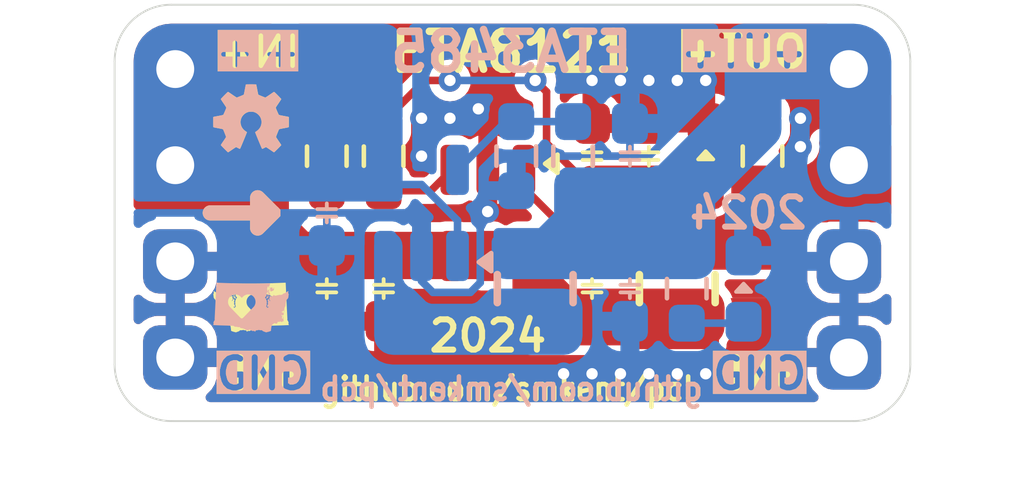
<source format=kicad_pcb>
(kicad_pcb (version 20240108) (generator "pcbnew") (generator_version "8.0")
  (layers (0 "F.Cu" signal) (31 "B.Cu" signal) (34 "B.Paste" user) (35 "F.Paste" user) (36 "B.SilkS" user "B.Silkscreen") (37 "F.SilkS" user "F.Silkscreen") (38 "B.Mask" user) (39 "F.Mask" user) (44 "Edge.Cuts" user))
  (net 0 "")
  (net 1 "GND")
  (net 2 "VIN")
  (net 3 "VOUT")
  (net 4 "Net-(LED1-A)")
  (net 5 "Net-(U1-BST)")
  (net 6 "Net-(LED2-A)")
  (net 7 "/SW_F")
  (net 8 "/SW_B")
  (net 9 "FB_F")
  (net 10 "FB_B")
  (footprint "custom:C_0603_1608Metric_Pad1.08x0.95mm_HandSolder" (layer "F.Cu") (at 116 72 -90)
    (property "Reference" "C7" (hide yes))
    (property "Value" "10n")
    (pad "1" smd roundrect (at -0.8625 0 270) (size 1.075 0.95) (layers "F.Cu" "F.Paste" "F.Mask") (net 5 "Net-(U1-BST)"))
    (pad "2" smd roundrect (at 0.8625 0 270) (size 1.075 0.95) (layers "F.Cu" "F.Paste" "F.Mask") (net 7 "/SW_F"))
  )
  (footprint "graphics:oshw-logo-2mm" (layer "F.Cu") (at 107 67.5)
    (property "Reference" "G***" (hide yes))
    (property "Value" "LOGO" (hide yes))
  )
  (footprint "Resistor_SMD:R_0603_1608Metric_Pad0.98x0.95mm_HandSolder" (layer "F.Cu") (at 120.5 68.5 -90)
    (property "Reference" "R3" (hide yes))
    (property "Value" "10K")
    (pad "1" smd roundrect (at -0.9125 0 270) (size 0.975 0.95) (layers "F.Cu" "F.Paste" "F.Mask") (net 4 "Net-(LED1-A)"))
    (pad "2" smd roundrect (at 0.9125 0 270) (size 0.975 0.95) (layers "F.Cu" "F.Paste" "F.Mask") (net 3 "VOUT"))
  )
  (footprint "Resistor_SMD:R_0603_1608Metric_Pad0.98x0.95mm_HandSolder" (layer "F.Cu") (at 109 68.5 -90)
    (property "Reference" "R2" (hide yes))
    (property "Value" "10K")
    (pad "1" smd roundrect (at -0.9125 0 270) (size 0.975 0.95) (layers "F.Cu" "F.Paste" "F.Mask") (net 1 "GND"))
    (pad "2" smd roundrect (at 0.9125 0 270) (size 0.975 0.95) (layers "F.Cu" "F.Paste" "F.Mask") (net 9 "FB_F"))
  )
  (footprint "custom:SOT-23-6_simple" (layer "F.Cu") (at 113.25 70 -90)
    (property "Reference" "U1" (hide yes))
    (property "Value" "ETA8121")
    (pad "1" smd roundrect (at -1.1375 -0.95 270) (size 1.325 0.6) (layers "F.Cu" "F.Paste" "F.Mask") (net 5 "Net-(U1-BST)"))
    (pad "2" smd roundrect (at -1.1375 0 270) (size 1.325 0.6) (layers "F.Cu" "F.Paste" "F.Mask") (net 1 "GND"))
    (pad "3" smd roundrect (at -1.1375 0.95 270) (size 1.325 0.6) (layers "F.Cu" "F.Paste" "F.Mask") (net 9 "FB_F"))
    (pad "4" smd roundrect (at 1.1375 0.95 270) (size 1.325 0.6) (layers "F.Cu" "F.Paste" "F.Mask") (net 2 "VIN"))
    (pad "5" smd roundrect (at 1.1375 0 270) (size 1.325 0.6) (layers "F.Cu" "F.Paste" "F.Mask") (net 2 "VIN"))
    (pad "6" smd roundrect (at 1.1375 -0.95 270) (size 1.325 0.6) (layers "F.Cu" "F.Paste" "F.Mask") (net 7 "/SW_F"))
  )
  (footprint "custom:C_0603_1608Metric_Pad1.08x0.95mm_HandSolder" (layer "F.Cu") (at 109 72 -90)
    (property "Reference" "C0" (hide yes))
    (property "Value" "10u")
    (pad "1" smd roundrect (at -0.8625 0 270) (size 1.075 0.95) (layers "F.Cu" "F.Paste" "F.Mask") (net 2 "VIN"))
    (pad "2" smd roundrect (at 0.8625 0 270) (size 1.075 0.95) (layers "F.Cu" "F.Paste" "F.Mask") (net 1 "GND"))
  )
  (footprint "custom:C_0603_1608Metric_Pad1.08x0.95mm_HandSolder" (layer "F.Cu") (at 117.5 68.5 90)
    (property "Reference" "C3" (hide yes))
    (property "Value" "22u")
    (pad "1" smd roundrect (at -0.8625 0 90) (size 1.075 0.95) (layers "F.Cu" "F.Paste" "F.Mask") (net 3 "VOUT"))
    (pad "2" smd roundrect (at 0.8625 0 90) (size 1.075 0.95) (layers "F.Cu" "F.Paste" "F.Mask") (net 1 "GND"))
  )
  (footprint "custom:LED_0603_1608Metric_Pad1.05x0.95mm_HandSolder_simple" (layer "F.Cu") (at 119 68.5 -90)
    (property "Reference" "LED1" (hide yes))
    (property "Value" "LED_Small")
    (pad "1" smd roundrect (at -0.875 0 270) (size 1.05 0.95) (layers "F.Cu" "F.Paste" "F.Mask") (net 1 "GND"))
    (pad "2" smd roundrect (at 0.875 0 270) (size 1.05 0.95) (layers "F.Cu" "F.Paste" "F.Mask") (net 4 "Net-(LED1-A)"))
  )
  (footprint "custom:C_0603_1608Metric_Pad1.08x0.95mm_HandSolder" (layer "F.Cu") (at 116 68.5 90)
    (property "Reference" "C2" (hide yes))
    (property "Value" "22u")
    (pad "1" smd roundrect (at -0.8625 0 90) (size 1.075 0.95) (layers "F.Cu" "F.Paste" "F.Mask") (net 3 "VOUT"))
    (pad "2" smd roundrect (at 0.8625 0 90) (size 1.075 0.95) (layers "F.Cu" "F.Paste" "F.Mask") (net 1 "GND"))
  )
  (footprint "lcsc:IND-SMD_L2.5-W2.0_MHCHL2520" (layer "F.Cu") (at 118.25 72 90)
    (property "Reference" "L1" (hide yes))
    (property "Value" "4u7")
    (pad "1" smd roundrect (at -1.1 0 180) (size 2.2 1) (layers "F.Cu" "F.Paste" "F.Mask") (roundrect_rratio 0.125) (net 7 "/SW_F"))
    (pad "2" smd roundrect (at 1.1 0 180) (size 2.2 1) (layers "F.Cu" "F.Paste" "F.Mask") (roundrect_rratio 0.125) (net 3 "VOUT"))
  )
  (footprint "graphics:wa-state-heart-2mm" (layer "F.Cu") (at 107 72.5)
    (property "Reference" "G***" (hide yes))
    (property "Value" "LOGO" (hide yes))
  )
  (footprint "Resistor_SMD:R_0603_1608Metric_Pad0.98x0.95mm_HandSolder" (layer "F.Cu") (at 110.5 68.5 90)
    (property "Reference" "R1" (hide yes))
    (property "Value" "56K")
    (pad "1" smd roundrect (at -0.9125 0 90) (size 0.975 0.95) (layers "F.Cu" "F.Paste" "F.Mask") (net 9 "FB_F"))
    (pad "2" smd roundrect (at 0.9125 0 90) (size 0.975 0.95) (layers "F.Cu" "F.Paste" "F.Mask") (net 3 "VOUT"))
  )
  (footprint "custom:C_0603_1608Metric_Pad1.08x0.95mm_HandSolder" (layer "F.Cu") (at 110.5 72 -90)
    (property "Reference" "C1" (hide yes))
    (property "Value" "10u")
    (pad "1" smd roundrect (at -0.8625 0 270) (size 1.075 0.95) (layers "F.Cu" "F.Paste" "F.Mask") (net 2 "VIN"))
    (pad "2" smd roundrect (at 0.8625 0 270) (size 1.075 0.95) (layers "F.Cu" "F.Paste" "F.Mask") (net 1 "GND"))
  )
  (footprint "custom:C_0603_1608Metric_Pad1.08x0.95mm_HandSolder" (layer "B.Cu") (at 117 68.5 90)
    (property "Reference" "C5" (hide yes))
    (property "Value" "22u")
    (pad "1" smd roundrect (at -0.8625 0 90) (size 1.075 0.95) (layers "B.Cu" "B.Paste" "B.Mask") (net 3 "VOUT"))
    (pad "2" smd roundrect (at 0.8625 0 90) (size 1.075 0.95) (layers "B.Cu" "B.Paste" "B.Mask") (net 1 "GND"))
  )
  (footprint "custom:SOT-23-5_simple" (layer "B.Cu") (at 111.5 70 90)
    (property "Reference" "U2" (hide yes))
    (property "Value" "ETA3485")
    (pad "1" smd roundrect (at -1.1375 0.95 90) (size 1.325 0.6) (layers "B.Cu" "B.Paste" "B.Mask") (net 2 "VIN"))
    (pad "2" smd roundrect (at -1.1375 0 90) (size 1.325 0.6) (layers "B.Cu" "B.Paste" "B.Mask") (net 1 "GND"))
    (pad "3" smd roundrect (at -1.1375 -0.95 90) (size 1.325 0.6) (layers "B.Cu" "B.Paste" "B.Mask") (net 8 "/SW_B"))
    (pad "4" smd roundrect (at 1.1375 -0.95 90) (size 1.325 0.6) (layers "B.Cu" "B.Paste" "B.Mask") (net 2 "VIN"))
    (pad "5" smd roundrect (at 1.1375 0.95 90) (size 1.325 0.6) (layers "B.Cu" "B.Paste" "B.Mask") (net 10 "FB_B"))
  )
  (footprint "custom:C_0603_1608Metric_Pad1.08x0.95mm_HandSolder" (layer "B.Cu") (at 109 70 -90)
    (property "Reference" "C4" (hide yes))
    (property "Value" "10u")
    (pad "1" smd roundrect (at -0.8625 0 270) (size 1.075 0.95) (layers "B.Cu" "B.Paste" "B.Mask") (net 2 "VIN"))
    (pad "2" smd roundrect (at 0.8625 0 270) (size 1.075 0.95) (layers "B.Cu" "B.Paste" "B.Mask") (net 1 "GND"))
  )
  (footprint "Resistor_SMD:R_0603_1608Metric_Pad0.98x0.95mm_HandSolder" (layer "B.Cu") (at 118.5 72 90)
    (property "Reference" "R6" (hide yes))
    (property "Value" "10K")
    (pad "1" smd roundrect (at -0.9125 0 90) (size 0.975 0.95) (layers "B.Cu" "B.Paste" "B.Mask") (net 6 "Net-(LED2-A)"))
    (pad "2" smd roundrect (at 0.9125 0 90) (size 0.975 0.95) (layers "B.Cu" "B.Paste" "B.Mask") (net 3 "VOUT"))
  )
  (footprint "Resistor_SMD:R_0603_1608Metric_Pad0.98x0.95mm_HandSolder" (layer "B.Cu") (at 114 68.5 90)
    (property "Reference" "R5" (hide yes))
    (property "Value" "10K")
    (pad "1" smd roundrect (at -0.9125 0 90) (size 0.975 0.95) (layers "B.Cu" "B.Paste" "B.Mask") (net 1 "GND"))
    (pad "2" smd roundrect (at 0.9125 0 90) (size 0.975 0.95) (layers "B.Cu" "B.Paste" "B.Mask") (net 10 "FB_B"))
  )
  (footprint "custom:PinHeader_1x04_P2.54mm_Vertical_simple_pad3,4gnd" (layer "B.Cu") (at 122.78 66.2 180)
    (property "Reference" "J2" (hide yes))
    (property "Value" "Pin headers")
    (pad "1" thru_hole oval (at 0 0 180) (size 1.7 1.7) (drill 1) (layers "*.Cu" "*.Mask") (net 3 "VOUT"))
    (pad "2" thru_hole oval (at 0 -2.54 180) (size 1.7 1.7) (drill 1) (layers "*.Cu" "*.Mask") (net 3 "VOUT"))
    (pad "3" thru_hole roundrect (at 0 -5.08 180) (size 1.7 1.7) (drill 1) (layers "*.Cu" "*.Mask") (net 1 "GND"))
    (pad "4" thru_hole roundrect (at 0 -7.62 180) (size 1.7 1.7) (drill 1) (layers "*.Cu" "*.Mask") (net 1 "GND"))
  )
  (footprint "custom:LED_0603_1608Metric_Pad1.05x0.95mm_HandSolder_simple" (layer "B.Cu") (at 120 72 -90)
    (property "Reference" "LED2" (hide yes))
    (property "Value" "LED_Small")
    (pad "1" smd roundrect (at -0.875 0 270) (size 1.05 0.95) (layers "B.Cu" "B.Paste" "B.Mask") (net 1 "GND"))
    (pad "2" smd roundrect (at 0.875 0 270) (size 1.05 0.95) (layers "B.Cu" "B.Paste" "B.Mask") (net 6 "Net-(LED2-A)"))
  )
  (footprint "custom:C_0603_1608Metric_Pad1.08x0.95mm_HandSolder" (layer "B.Cu") (at 117 72 -90)
    (property "Reference" "C6" (hide yes))
    (property "Value" "22u")
    (pad "1" smd roundrect (at -0.8625 0 270) (size 1.075 0.95) (layers "B.Cu" "B.Paste" "B.Mask") (net 3 "VOUT"))
    (pad "2" smd roundrect (at 0.8625 0 270) (size 1.075 0.95) (layers "B.Cu" "B.Paste" "B.Mask") (net 1 "GND"))
  )
  (footprint "lcsc:IND-SMD_L2.5-W2.0_MHCHL2520" (layer "B.Cu") (at 114.5 72 90)
    (property "Reference" "L2" (hide yes))
    (property "Value" "4u7")
    (pad "1" smd roundrect (at -1.1 0) (size 2.2 1) (layers "B.Cu" "B.Paste" "B.Mask") (roundrect_rratio 0.125) (net 8 "/SW_B"))
    (pad "2" smd roundrect (at 1.1 0) (size 2.2 1) (layers "B.Cu" "B.Paste" "B.Mask") (roundrect_rratio 0.125) (net 3 "VOUT"))
  )
  (footprint "custom:PinHeader_1x04_P2.54mm_Vertical_simple_pad3,4gnd" (layer "B.Cu") (at 105 66.2 180)
    (property "Reference" "J1" (hide yes))
    (property "Value" "Pin headers")
    (pad "1" thru_hole oval (at 0 0 180) (size 1.7 1.7) (drill 1) (layers "*.Cu" "*.Mask") (net 2 "VIN"))
    (pad "2" thru_hole oval (at 0 -2.54 180) (size 1.7 1.7) (drill 1) (layers "*.Cu" "*.Mask") (net 2 "VIN"))
    (pad "3" thru_hole roundrect (at 0 -5.08 180) (size 1.7 1.7) (drill 1) (layers "*.Cu" "*.Mask") (net 1 "GND"))
    (pad "4" thru_hole roundrect (at 0 -7.62 180) (size 1.7 1.7) (drill 1) (layers "*.Cu" "*.Mask") (net 1 "GND"))
  )
  (footprint "graphics:wa-state-heart-2mm" (layer "B.Cu") (at 107 72.5 180)
    (property "Reference" "G***" (hide yes))
    (property "Value" "LOGO" (hide yes))
  )
  (footprint "graphics:oshw-logo-2mm" (layer "B.Cu") (at 107 67.5 180)
    (property "Reference" "G***" (hide yes))
    (property "Value" "LOGO" (hide yes))
  )
  (footprint "Resistor_SMD:R_0603_1608Metric_Pad0.98x0.95mm_HandSolder" (layer "B.Cu") (at 115.5 68.5 -90)
    (property "Reference" "R4" (hide yes))
    (property "Value" "75K")
    (pad "1" smd roundrect (at -0.9125 0 270) (size 0.975 0.95) (layers "B.Cu" "B.Paste" "B.Mask") (net 10 "FB_B"))
    (pad "2" smd roundrect (at 0.9125 0 270) (size 0.975 0.95) (layers "B.Cu" "B.Paste" "B.Mask") (net 3 "VOUT"))
  )
  (gr_poly (pts (xy 107.175 70.4) (xy 107.175 69.6) (xy 107.575 70)) (stroke (width 0.4)) (fill solid) (layer "B.SilkS"))
  (gr_line (start 105.925 70) (end 107.575 70) (stroke (width 0.4)) (layer "B.SilkS"))
  (gr_poly (pts (xy 107.175 70.4) (xy 107.175 69.6) (xy 107.575 70)) (stroke (width 0.4)) (fill solid) (layer "F.SilkS"))
  (gr_line (start 105.925 70) (end 107.575 70) (stroke (width 0.4)) (layer "F.SilkS"))
  (gr_arc (start 124.4 74) (mid 123.96066 75.06066) (end 122.9 75.5) (stroke (width 0.05)) (layer "Edge.Cuts"))
  (gr_arc (start 122.9 64.5) (mid 123.96066 64.93934) (end 124.4 66) (stroke (width 0.05)) (layer "Edge.Cuts"))
  (gr_line (start 104.9 64.5) (end 122.9 64.5) (stroke (width 0.05)) (layer "Edge.Cuts"))
  (gr_arc (start 103.4 66) (mid 103.83934 64.93934) (end 104.9 64.5) (stroke (width 0.05)) (layer "Edge.Cuts"))
  (gr_arc (start 104.9 75.5) (mid 103.83934 75.06066) (end 103.4 74) (stroke (width 0.05)) (layer "Edge.Cuts"))
  (gr_line (start 103.4 74) (end 103.4 66) (stroke (width 0.05)) (layer "Edge.Cuts"))
  (gr_line (start 124.4 66) (end 124.4 74) (stroke (width 0.05)) (layer "Edge.Cuts"))
  (gr_line (start 122.9 75.5) (end 104.9 75.5) (stroke (width 0.05)) (layer "Edge.Cuts"))
  (gr_text "IN+" (at 106 65.75 0) (layer "B.SilkS" knockout) (effects (font (size 0.8 0.8) (thickness 0.12) (bold yes)) (justify right mirror)))
  (gr_text "GND" (at 106 74.25 0) (layer "B.SilkS" knockout) (effects (font (size 0.8 0.8) (thickness 0.16) (bold yes)) (justify right mirror)))
  (gr_text "GND" (at 121.75 74.25 0) (layer "B.SilkS" knockout) (effects (font (size 0.8 0.8) (thickness 0.16) (bold yes)) (justify left mirror)))
  (gr_text "2024" (at 121.75 70 0) (layer "B.SilkS") (effects (font (size 0.8 0.8) (thickness 0.16) (bold yes)) (justify left mirror)))
  (gr_text "OUT+" (at 121.75 65.75 0) (layer "B.SilkS" knockout) (effects (font (size 0.8 0.8) (thickness 0.16) (bold yes)) (justify left mirror)))
  (gr_text "github.com/smkent/pcb" (at 113.875 75 -0) (layer "B.SilkS") (effects (font (size 0.6 0.55) (thickness 0.12) (bold yes)) (justify bottom mirror)))
  (gr_text "ETA3485" (at 113.875 65.75 -0) (layer "B.SilkS") (effects (font (size 1 1) (thickness 0.2) (bold yes)) (justify mirror)))
  (gr_text "ETA8121" (at 113.875 65.75 0) (layer "F.SilkS") (effects (font (size 1 1) (thickness 0.2) (bold yes))))
  (gr_text "github.com/smkent/pcb" (at 113.875 75 0) (layer "F.SilkS") (effects (font (size 0.6 0.55) (thickness 0.12) (bold yes)) (justify bottom)))
  (gr_text "OUT+" (at 121.75 65.75 0) (layer "F.SilkS" knockout) (effects (font (size 0.8 0.8) (thickness 0.16) (bold yes)) (justify right)))
  (gr_text "GND" (at 121.75 74.25 0) (layer "F.SilkS" knockout) (effects (font (size 0.8 0.8) (thickness 0.16) (bold yes)) (justify right)))
  (gr_text "GND" (at 106 74.25 0) (layer "F.SilkS" knockout) (effects (font (size 0.8 0.8) (thickness 0.16) (bold yes)) (justify left)))
  (gr_text "2024" (at 113.25 73.25 -0) (layer "F.SilkS") (effects (font (size 0.8 0.8) (thickness 0.16) (bold yes))))
  (gr_text "IN+" (at 106 65.75 0) (layer "F.SilkS" knockout) (effects (font (size 0.8 0.8) (thickness 0.12) (bold yes)) (justify left)))
  (via (at 118.25 66.5) (size 0.6) (drill 0.3) (layers "F.Cu" "B.Cu") (net 1))
  (via (at 117.5 74.25) (size 0.6) (drill 0.3) (layers "F.Cu" "B.Cu") (net 1))
  (via (at 111.5 67.5) (size 0.6) (drill 0.3) (layers "F.Cu" "B.Cu") (net 1))
  (via (at 112.25 67.5) (size 0.6) (drill 0.3) (layers "F.Cu" "B.Cu") (net 1))
  (via (at 116.75 74.25) (size 0.6) (drill 0.3) (layers "F.Cu" "B.Cu") (net 1))
  (via (at 113 67.25) (size 0.6) (drill 0.3) (layers "F.Cu" "B.Cu") (net 1))
  (via (at 116.75 66.5) (size 0.6) (drill 0.3) (layers "F.Cu" "B.Cu") (net 1))
  (via (at 115.25 74.25) (size 0.6) (drill 0.3) (layers "F.Cu" "B.Cu") (net 1))
  (via (at 121.5 68.25) (size 0.6) (drill 0.3) (layers "F.Cu" "B.Cu") (net 1))
  (via (at 116 74.25) (size 0.6) (drill 0.3) (layers "F.Cu" "B.Cu") (net 1))
  (via (at 118.25 74.25) (size 0.6) (drill 0.3) (layers "F.Cu" "B.Cu") (net 1))
  (via (at 117.5 66.5) (size 0.6) (drill 0.3) (layers "F.Cu" "B.Cu") (net 1))
  (via (at 119 66.5) (size 0.6) (drill 0.3) (layers "F.Cu" "B.Cu") (net 1))
  (via (at 116 66.5) (size 0.6) (drill 0.3) (layers "F.Cu" "B.Cu") (net 1))
  (via (at 121.5 67.5) (size 0.6) (drill 0.3) (layers "F.Cu" "B.Cu") (net 1))
  (via (at 113.244767 69.964051) (size 0.6) (drill 0.3) (layers "F.Cu" "B.Cu") (net 1))
  (via (at 119 74.25) (size 0.6) (drill 0.3) (layers "F.Cu" "B.Cu") (net 1))
  (via (at 111.5 68.5) (size 0.6) (drill 0.3) (layers "F.Cu" "B.Cu") (net 1))
  (segment (start 117 68.5) (end 117.5 68.5) (width 0.2) (layer "B.Cu") (net 1))
  (segment (start 111.800001 72.1) (end 112.790552 72.1) (width 0.2) (layer "B.Cu") (net 1))
  (segment (start 107 70) (end 104 70) (width 0.2) (layer "B.Cu") (net 1))
  (segment (start 111.5 70.475001) (end 111.024999 70) (width 0.2) (layer "B.Cu") (net 1))
  (segment (start 109 70.8625) (end 109 70) (width 0.2) (layer "B.Cu") (net 1))
  (segment (start 109 70) (end 107 70) (width 0.2) (layer "B.Cu") (net 1))
  (segment (start 111.5 71.799999) (end 111.800001 72.1) (width 0.2) (layer "B.Cu") (net 1))
  (segment (start 111.5 71.1375) (end 111.5 70.475001) (width 0.2) (layer "B.Cu") (net 1))
  (segment (start 114 69.4125) (end 114 68.5) (width 0.2) (layer "B.Cu") (net 1))
  (segment (start 117.5 68.5) (end 118.75 67.25) (width 0.2) (layer "B.Cu") (net 1))
  (segment (start 114 68.5) (end 117 68.5) (width 0.2) (layer "B.Cu") (net 1))
  (segment (start 112.790552 72.1) (end 113.05 71.840552) (width 0.2) (layer "B.Cu") (net 1))
  (segment (start 117 67.6375) (end 117 68.5) (width 0.2) (layer "B.Cu") (net 1))
  (segment (start 118.75 67.25) (end 118.75 66.5) (width 0.2) (layer "B.Cu") (net 1))
  (segment (start 113.05 71.840552) (end 113.05 70.2) (width 0.2) (layer "B.Cu") (net 1))
  (segment (start 111.024999 70) (end 109 70) (width 0.2) (layer "B.Cu") (net 1))
  (segment (start 111.5 71.1375) (end 111.5 71.799999) (width 0.2) (layer "B.Cu") (net 1))
  (segment (start 110.55 68.8625) (end 110.9375 69.25) (width 0.2) (layer "B.Cu") (net 2))
  (segment (start 112.45 70.2) (end 112.45 71.1375) (width 0.2) (layer "B.Cu") (net 2))
  (segment (start 110.9375 69.25) (end 111.5 69.25) (width 0.2) (layer "B.Cu") (net 2))
  (segment (start 111.5 69.25) (end 112.45 70.2) (width 0.2) (layer "B.Cu") (net 2))
  (segment (start 114.8 66.8) (end 114.8 68.1625) (width 0.2) (layer "F.Cu") (net 3))
  (segment (start 114.5 66.5) (end 114.8 66.8) (width 0.2) (layer "F.Cu") (net 3))
  (segment (start 111.5875 66.5) (end 110.5 67.5875) (width 0.2) (layer "F.Cu") (net 3))
  (segment (start 114.8 68.1625) (end 116 69.3625) (width 0.2) (layer "F.Cu") (net 3))
  (segment (start 112.25 66.5) (end 111.5875 66.5) (width 0.2) (layer "F.Cu") (net 3))
  (via (at 112.25 66.5) (size 0.6) (drill 0.3) (layers "F.Cu" "B.Cu") (net 3))
  (via (at 114.5 66.5) (size 0.6) (drill 0.3) (layers "F.Cu" "B.Cu") (net 3))
  (segment (start 114.5 66.5) (end 112.25 66.5) (width 0.2) (layer "B.Cu") (net 3))
  (segment (start 119 69.0875) (end 120.5 67.5875) (width 0.2) (layer "F.Cu") (net 4))
  (segment (start 119 69.375) (end 119 69.0875) (width 0.2) (layer "F.Cu") (net 4))
  (segment (start 114.2 69.3375) (end 114.2 68.8625) (width 0.2) (layer "F.Cu") (net 5))
  (segment (start 116 71.1375) (end 114.2 69.3375) (width 0.2) (layer "F.Cu") (net 5))
  (segment (start 119.9625 72.9125) (end 120 72.875) (width 0.2) (layer "B.Cu") (net 6))
  (segment (start 118.5 72.9125) (end 119.9625 72.9125) (width 0.2) (layer "B.Cu") (net 6))
  (segment (start 111.75 69.4125) (end 109 69.4125) (width 0.2) (layer "F.Cu") (net 9))
  (segment (start 112.3 68.8625) (end 111.75 69.4125) (width 0.2) (layer "F.Cu") (net 9))
  (segment (start 114 67.5875) (end 115.5 67.5875) (width 0.2) (layer "B.Cu") (net 10))
  (segment (start 113.725 67.5875) (end 114 67.5875) (width 0.2) (layer "B.Cu") (net 10))
  (segment (start 112.45 68.8625) (end 113.725 67.5875) (width 0.2) (layer "B.Cu") (net 10))
  (zone (net 1) (net_name "GND") (layer "F.Cu") (priority 1) (connect_pads yes (clearance 0)) (min_thickness 0.25) (fill yes (thermal_gap 0.25) (thermal_bridge_width 0.5) (smoothing fillet) (radius 0.5))
    (polygon (pts (xy 116.75 72.25) (xy 121.5 72.25) (xy 121.5 73.75) (xy 116.75 73.75)))
  )
  (zone (net 3) (net_name "VOUT") (layer "F.Cu") (priority 1) (connect_pads yes (clearance 0)) (min_thickness 0.25) (fill yes (thermal_gap 0.25) (thermal_bridge_width 0.5) (smoothing fillet) (radius 0.5))
    (polygon (pts (xy 115.5 68.75) (xy 115.5 70) (xy 116.5 70) (xy 117 70.5) (xy 117 71.5) (xy 121 71.5) (xy 121.5 71) (xy 121.5 70.75) (xy 122 70.25) (xy 124 70.25) (xy 124 68) (xy 122 68) (xy 121.25 68.75) (xy 121 68.75) (xy 119.75 68.75) (xy 119.75 69) (xy 118.25 69) (xy 118.25 68.75)))
  )
  (zone (net 7) (net_name "/SW_F") (layer "F.Cu") (priority 1) (connect_pads yes (clearance 0)) (min_thickness 0.25) (fill yes (thermal_gap 0.25) (thermal_bridge_width 0.5) (smoothing fillet) (radius 0.5))
    (polygon (pts (xy 113.9 70.5) (xy 115.25 70.5) (xy 115.25 71.75) (xy 115.5 72) (xy 119.5 72) (xy 119.5 73.5) (xy 113.9 73.5)))
  )
  (zone (net 2) (net_name "VIN") (layer "F.Cu") (priority 1) (connect_pads yes (clearance 0)) (min_thickness 0.25) (fill yes (thermal_gap 0.25) (thermal_bridge_width 0.5) (smoothing fillet) (radius 0.5))
    (polygon (pts (xy 103.75 70) (xy 105.75 70) (xy 107.5 71.75) (xy 113.75 71.75) (xy 113.75 70.5) (xy 108.5 70.5) (xy 108 70) (xy 108 65) (xy 103.75 65)))
  )
  (zone (net 1) (net_name "GND") (layers "F&B.Cu") (connect_pads (clearance 0.25)) (min_thickness 0.25) (fill yes (thermal_gap 0.25) (thermal_bridge_width 0.5))
    (polygon (pts (xy 102.89 64.5) (xy 124.89 64.5) (xy 124.89 75.5) (xy 119.89 75.5) (xy 118.69 75.5) (xy 118.09 75.5) (xy 117.49 75.5) (xy 102.89 75.5)))
  )
  (zone (net 2) (net_name "VIN") (layer "B.Cu") (priority 1) (connect_pads yes (clearance 0)) (min_thickness 0.25) (fill yes (thermal_gap 0.25) (thermal_bridge_width 0.5) (smoothing fillet) (radius 0.5))
    (polygon (pts (xy 103.75 65) (xy 103.75 70) (xy 111 70) (xy 111 65)))
  )
  (zone (net 8) (net_name "/SW_B") (layer "B.Cu") (priority 1) (connect_pads yes (clearance 0)) (min_thickness 0.25) (fill yes (thermal_gap 0.25) (thermal_bridge_width 0.5) (smoothing fillet) (radius 0.5))
    (polygon (pts (xy 111 71.75) (xy 111.25 72) (xy 115.75 72) (xy 115.75 73.75) (xy 110.25 73.75) (xy 110.25 70.5) (xy 111 70.5)))
  )
  (zone (net 3) (net_name "VOUT") (layer "B.Cu") (priority 1) (connect_pads yes (clearance 0)) (min_thickness 0.25) (fill yes (thermal_gap 0.25) (thermal_bridge_width 0.5) (smoothing fillet) (radius 0.5))
    (polygon (pts (xy 124 65) (xy 124 69.5) (xy 122 69.5) (xy 122 67) (xy 121 67) (xy 121 68) (xy 119.25 69.75) (xy 119.25 71.75) (xy 113.25 71.75) (xy 113.25 70.5) (xy 114.5 70.5) (xy 115 70) (xy 115 68.75) (xy 117.75 68.75) (xy 119.5 67) (xy 119.5 65)))
  )
)
</source>
